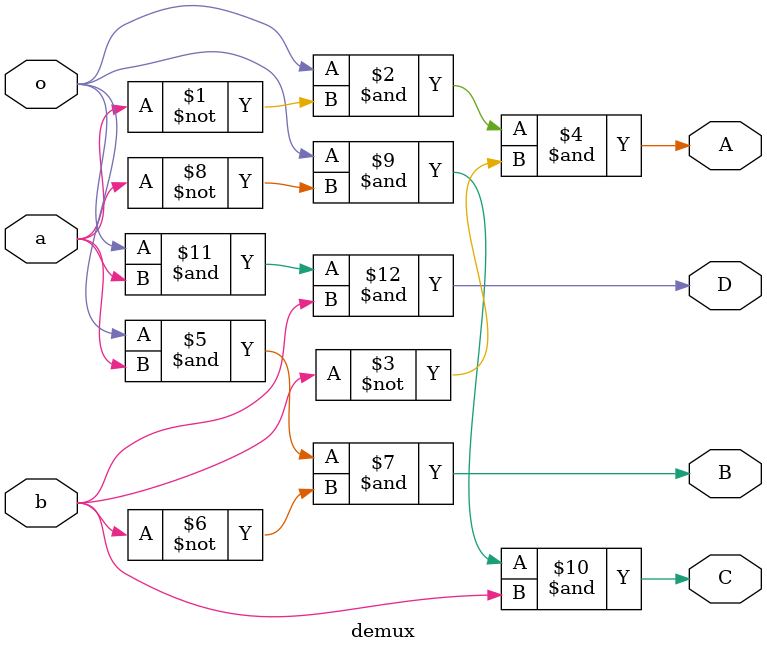
<source format=v>
`timescale 1ns / 1ps


module demux(
    input a,b,o,
    output A,B,C,D
    );
assign A= o&~a&~b;
assign B= o&a&~b;
assign C=o&~a&b;
assign D=o&a&b;
endmodule

</source>
